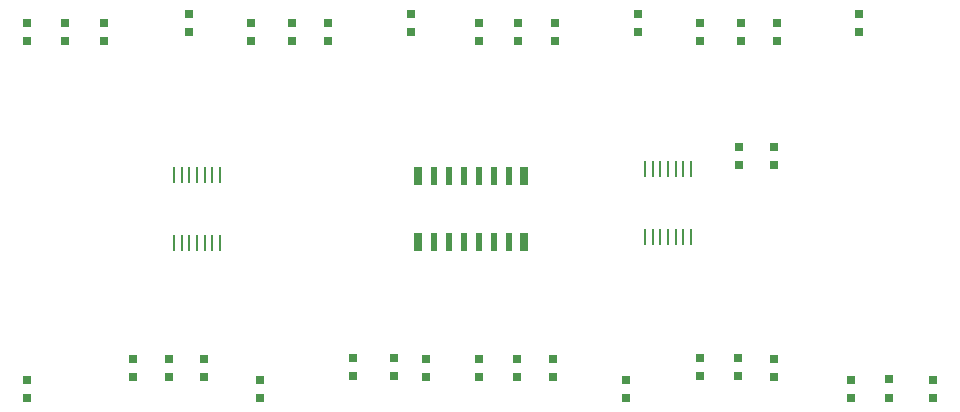
<source format=gtp>
G04*
G04 #@! TF.GenerationSoftware,Altium Limited,Altium Designer,24.5.2 (23)*
G04*
G04 Layer_Color=8421504*
%FSLAX25Y25*%
%MOIN*%
G70*
G04*
G04 #@! TF.SameCoordinates,F9E145AB-4376-4A3A-B871-3CA844BA1A44*
G04*
G04*
G04 #@! TF.FilePolarity,Positive*
G04*
G01*
G75*
%ADD17R,0.02756X0.06496*%
%ADD18R,0.02362X0.06496*%
%ADD19R,0.02717X0.02913*%
G04:AMPARAMS|DCode=20|XSize=55.51mil|YSize=9.84mil|CornerRadius=0mil|HoleSize=0mil|Usage=FLASHONLY|Rotation=270.000|XOffset=0mil|YOffset=0mil|HoleType=Round|Shape=RoundedRectangle|*
%AMROUNDEDRECTD20*
21,1,0.05551,0.00984,0,0,270.0*
21,1,0.05551,0.00984,0,0,270.0*
1,1,0.00000,-0.00492,-0.02776*
1,1,0.00000,-0.00492,0.02776*
1,1,0.00000,0.00492,0.02776*
1,1,0.00000,0.00492,-0.02776*
%
%ADD20ROUNDEDRECTD20*%
%ADD21R,0.02717X0.02717*%
%ADD22R,0.02717X0.02717*%
D17*
X167788Y153819D02*
D03*
X203182D02*
D03*
X167788Y131575D02*
D03*
X203182D02*
D03*
D18*
X172984Y153819D02*
D03*
X177984D02*
D03*
X182984D02*
D03*
X187984D02*
D03*
X192984D02*
D03*
X197984D02*
D03*
X172984Y131575D02*
D03*
X177984D02*
D03*
X182984D02*
D03*
X187984D02*
D03*
X192984D02*
D03*
X197984D02*
D03*
D19*
X287402Y198819D02*
D03*
Y204724D02*
D03*
X213583Y198819D02*
D03*
Y204724D02*
D03*
X137795Y198819D02*
D03*
Y204724D02*
D03*
X62992Y198819D02*
D03*
Y204724D02*
D03*
X96457Y92520D02*
D03*
Y86614D02*
D03*
X170276Y92520D02*
D03*
Y86614D02*
D03*
X212598Y92520D02*
D03*
Y86614D02*
D03*
X286417Y92520D02*
D03*
Y86614D02*
D03*
X339567Y85630D02*
D03*
Y79724D02*
D03*
D20*
X101778Y131417D02*
D03*
X99219D02*
D03*
X96660D02*
D03*
X94101D02*
D03*
X91542D02*
D03*
X88983D02*
D03*
X86423D02*
D03*
Y154016D02*
D03*
X88983D02*
D03*
X91542D02*
D03*
X94101D02*
D03*
X96660D02*
D03*
X99219D02*
D03*
X101778D02*
D03*
X243404Y156024D02*
D03*
X245963D02*
D03*
X248522D02*
D03*
X251081D02*
D03*
X253640D02*
D03*
X256199D02*
D03*
X258758D02*
D03*
Y133425D02*
D03*
X256199D02*
D03*
X253640D02*
D03*
X251081D02*
D03*
X248522D02*
D03*
X245963D02*
D03*
X243404D02*
D03*
D21*
X324803Y79724D02*
D03*
Y85827D02*
D03*
X286417Y163484D02*
D03*
Y157382D02*
D03*
X274606D02*
D03*
Y163484D02*
D03*
X50000Y198721D02*
D03*
Y204823D02*
D03*
X37402Y198721D02*
D03*
Y204823D02*
D03*
X91535Y207776D02*
D03*
Y201674D02*
D03*
X125787Y204823D02*
D03*
Y198721D02*
D03*
X112205Y204823D02*
D03*
Y198721D02*
D03*
X165354Y207776D02*
D03*
Y201673D02*
D03*
X201240Y204823D02*
D03*
Y198721D02*
D03*
X187992Y204823D02*
D03*
Y198721D02*
D03*
X275394Y204823D02*
D03*
Y198721D02*
D03*
X261811Y204823D02*
D03*
Y198721D02*
D03*
X261811Y86909D02*
D03*
Y93011D02*
D03*
X237205Y85728D02*
D03*
Y79626D02*
D03*
X115157D02*
D03*
Y85728D02*
D03*
X145965Y93011D02*
D03*
Y86909D02*
D03*
X314861Y201673D02*
D03*
Y207776D02*
D03*
X187992Y92716D02*
D03*
Y86613D02*
D03*
X37402Y79626D02*
D03*
Y85728D02*
D03*
X312008Y79626D02*
D03*
Y85728D02*
D03*
X241142Y207776D02*
D03*
Y201674D02*
D03*
X200591Y86613D02*
D03*
Y92716D02*
D03*
X274410Y86909D02*
D03*
Y93011D02*
D03*
X159597Y86909D02*
D03*
Y93011D02*
D03*
X72835Y86516D02*
D03*
X84646D02*
D03*
Y92618D02*
D03*
D22*
X72835D02*
D03*
M02*

</source>
